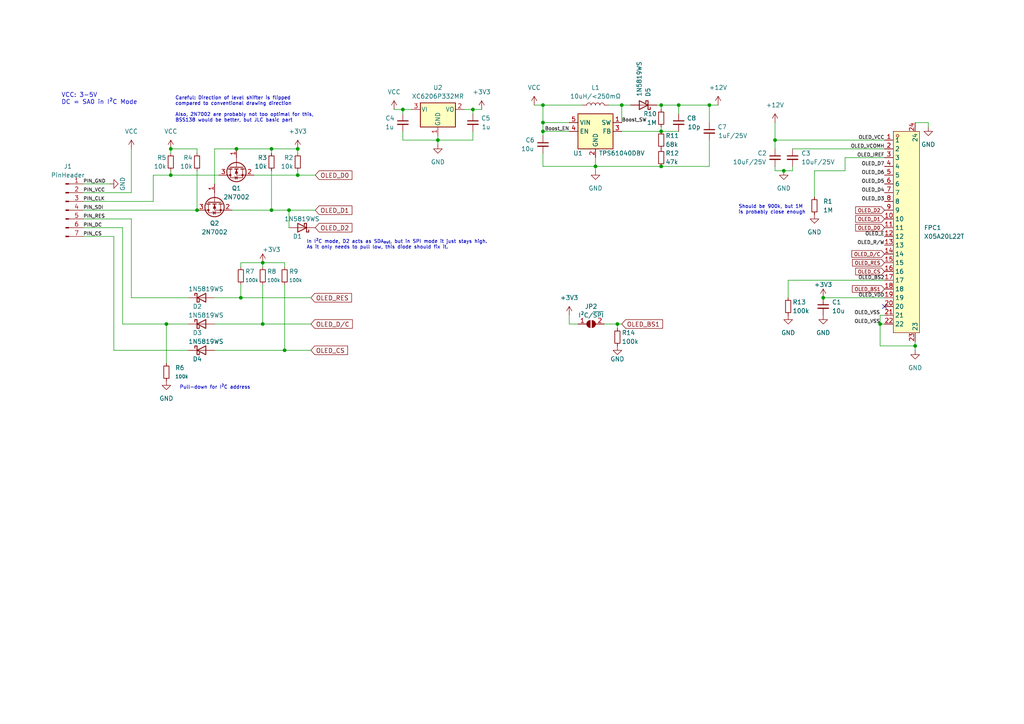
<source format=kicad_sch>
(kicad_sch (version 20230121) (generator eeschema)
  (paper "A4")
  (lib_symbols
    (symbol "Connector:Conn_01x07_Pin" (pin_names (offset 1.016) hide)
      (property "Reference" "J" (at 0 10.16 0))
      (property "Value" "Conn_01x07_Pin" (at 0 -10.16 0))
      (symbol "Conn_01x07_Pin_1_1"
        (polyline (pts (xy 1.27 -7.62) (xy 0.8636 -7.62)) (stroke (width 0.1524)))
        (polyline (pts (xy 1.27 -5.08) (xy 0.8636 -5.08)) (stroke (width 0.1524)))
        (polyline (pts (xy 1.27 -2.54) (xy 0.8636 -2.54)) (stroke (width 0.1524)))
        (polyline (pts (xy 1.27 0) (xy 0.8636 0)) (stroke (width 0.1524)))
        (polyline (pts (xy 1.27 2.54) (xy 0.8636 2.54)) (stroke (width 0.1524)))
        (polyline (pts (xy 1.27 5.08) (xy 0.8636 5.08)) (stroke (width 0.1524)))
        (polyline (pts (xy 1.27 7.62) (xy 0.8636 7.62)) (stroke (width 0.1524)))
        (rectangle (start 0.8636 -7.493) (end 0 -7.747) (stroke (width 0.1524)) (fill (type outline)))
        (rectangle (start 0.8636 -4.953) (end 0 -5.207) (stroke (width 0.1524)) (fill (type outline)))
        (rectangle (start 0.8636 -2.413) (end 0 -2.667) (stroke (width 0.1524)) (fill (type outline)))
        (rectangle (start 0.8636 0.127) (end 0 -0.127) (stroke (width 0.1524)) (fill (type outline)))
        (rectangle (start 0.8636 2.667) (end 0 2.413) (stroke (width 0.1524)) (fill (type outline)))
        (rectangle (start 0.8636 5.207) (end 0 4.953) (stroke (width 0.1524)) (fill (type outline)))
        (rectangle (start 0.8636 7.747) (end 0 7.493) (stroke (width 0.1524)) (fill (type outline)))
        (pin passive line (at 5.08 7.62 180) (length 3.81) (name "Pin_1") (number "1"))
        (pin passive line (at 5.08 5.08 180) (length 3.81) (name "Pin_2") (number "2"))
        (pin passive line (at 5.08 2.54 180) (length 3.81) (name "Pin_3") (number "3"))
        (pin passive line (at 5.08 0 180) (length 3.81) (name "Pin_4") (number "4"))
        (pin passive line (at 5.08 -2.54 180) (length 3.81) (name "Pin_5") (number "5"))
        (pin passive line (at 5.08 -5.08 180) (length 3.81) (name "Pin_6") (number "6"))
        (pin passive line (at 5.08 -7.62 180) (length 3.81) (name "Pin_7") (number "7"))
      )
    )
    (symbol "Device:C_Small" (pin_numbers hide) (pin_names (offset 0.254) hide)
      (property "Reference" "C" (at 0.254 1.778 0))
      (property "Value" "C_Small" (at 0.254 -2.032 0))
      (symbol "C_Small_0_1"
        (polyline (pts (xy -1.524 -0.508) (xy 1.524 -0.508)) (stroke (width 0.3302)))
        (polyline (pts (xy -1.524 0.508) (xy 1.524 0.508)) (stroke (width 0.3048)))
      )
      (symbol "C_Small_1_1"
        (pin passive line (at 0 2.54 270) (length 2.032) (name "~") (number "1"))
        (pin passive line (at 0 -2.54 90) (length 2.032) (name "~") (number "2"))
      )
    )
    (symbol "Device:L" (pin_numbers hide) (pin_names (offset 1.016) hide)
      (property "Reference" "L" (at -1.27 0 90))
      (property "Value" "L" (at 1.905 0 90))
      (symbol "L_0_1"
        (arc (start 0 -2.54) (mid 0.6323 -1.905) (end 0 -1.27))
        (arc (start 0 -1.27) (mid 0.6323 -0.635) (end 0 0))
        (arc (start 0 0) (mid 0.6323 0.635) (end 0 1.27))
        (arc (start 0 1.27) (mid 0.6323 1.905) (end 0 2.54))
      )
      (symbol "L_1_1"
        (pin passive line (at 0 3.81 270) (length 1.27) (name "1") (number "1"))
        (pin passive line (at 0 -3.81 90) (length 1.27) (name "2") (number "2"))
      )
    )
    (symbol "Device:R_Small" (pin_numbers hide) (pin_names (offset 0.254) hide)
      (property "Reference" "R" (at 0.762 0.508 0))
      (property "Value" "R_Small" (at 0.762 -1.016 0))
      (symbol "R_Small_0_1"
        (rectangle (start -0.762 1.778) (end 0.762 -1.778) (stroke (width 0.2032)))
      )
      (symbol "R_Small_1_1"
        (pin passive line (at 0 2.54 270) (length 0.762) (name "~") (number "1"))
        (pin passive line (at 0 -2.54 90) (length 0.762) (name "~") (number "2"))
      )
    )
    (symbol "Diode:1N5819WS" (pin_numbers hide) (pin_names (offset 1.016) hide)
      (property "Reference" "D" (at 0 2.54 0))
      (property "Value" "1N5819WS" (at 0 -2.54 0))
      (symbol "1N5819WS_0_1"
        (polyline (pts (xy 1.27 0) (xy -1.27 0)))
        (polyline (pts (xy 1.27 1.27) (xy 1.27 -1.27) (xy -1.27 0) (xy 1.27 1.27)) (stroke (width 0.254)))
        (polyline (pts (xy -1.905 0.635) (xy -1.905 1.27) (xy -1.27 1.27) (xy -1.27 -1.27) (xy -0.635 -1.27) (xy -0.635 -0.635)) (stroke (width 0.254)))
      )
      (symbol "1N5819WS_1_1"
        (pin passive line (at -3.81 0 0) (length 2.54) (name "K") (number "1"))
        (pin passive line (at 3.81 0 180) (length 2.54) (name "A") (number "2"))
      )
    )
    (symbol "Jumper:SolderJumper_2_Open" (pin_names (offset 0) hide)
      (property "Reference" "JP" (at 0 2.032 0))
      (property "Value" "SolderJumper_2_Open" (at 0 -2.54 0))
      (symbol "SolderJumper_2_Open_0_1"
        (arc (start -0.254 1.016) (mid -1.2656 0) (end -0.254 -1.016))
        (arc (start -0.254 1.016) (mid -1.2656 0) (end -0.254 -1.016) (fill (type outline)))
        (polyline (pts (xy -0.254 1.016) (xy -0.254 -1.016)))
        (polyline (pts (xy 0.254 1.016) (xy 0.254 -1.016)))
        (arc (start 0.254 -1.016) (mid 1.2656 0) (end 0.254 1.016))
        (arc (start 0.254 -1.016) (mid 1.2656 0) (end 0.254 1.016) (fill (type outline)))
      )
      (symbol "SolderJumper_2_Open_1_1"
        (pin passive line (at -3.81 0 0) (length 2.54) (name "A") (number "1"))
        (pin passive line (at 3.81 0 180) (length 2.54) (name "B") (number "2"))
      )
    )
    (symbol "LCSC:X05A20L22T"
      (property "Reference" "FPC" (at 0 36.83 0))
      (property "Value" "X05A20L22T" (at 0 -36.83 0))
      (symbol "X05A20L22T_0_1"
        (rectangle (start -2.54 29.21) (end 5.08 -29.21) (fill (type background)))
        (circle (center -1.27 27.94) (radius 0.38))
        (pin unspecified line (at -5.08 26.67 0) (length 2.54) (name "1") (number "1"))
        (pin unspecified line (at -5.08 3.81 0) (length 2.54) (name "10") (number "10"))
        (pin unspecified line (at -5.08 1.27 0) (length 2.54) (name "11") (number "11"))
        (pin unspecified line (at -5.08 -1.27 0) (length 2.54) (name "12") (number "12"))
        (pin unspecified line (at -5.08 -3.81 0) (length 2.54) (name "13") (number "13"))
        (pin unspecified line (at -5.08 -6.35 0) (length 2.54) (name "14") (number "14"))
        (pin unspecified line (at -5.08 -8.89 0) (length 2.54) (name "15") (number "15"))
        (pin unspecified line (at -5.08 -11.43 0) (length 2.54) (name "16") (number "16"))
        (pin unspecified line (at -5.08 -13.97 0) (length 2.54) (name "17") (number "17"))
        (pin unspecified line (at -5.08 -16.51 0) (length 2.54) (name "18") (number "18"))
        (pin unspecified line (at -5.08 -19.05 0) (length 2.54) (name "19") (number "19"))
        (pin unspecified line (at -5.08 24.13 0) (length 2.54) (name "2") (number "2"))
        (pin unspecified line (at -5.08 -21.59 0) (length 2.54) (name "20") (number "20"))
        (pin unspecified line (at -5.08 -24.13 0) (length 2.54) (name "21") (number "21"))
        (pin unspecified line (at -5.08 -26.67 0) (length 2.54) (name "22") (number "22"))
        (pin unspecified line (at 3.81 -31.75 90) (length 2.54) (name "23") (number "23"))
        (pin unspecified line (at 3.81 31.75 270) (length 2.54) (name "24") (number "24"))
        (pin unspecified line (at -5.08 21.59 0) (length 2.54) (name "3") (number "3"))
        (pin unspecified line (at -5.08 19.05 0) (length 2.54) (name "4") (number "4"))
        (pin unspecified line (at -5.08 16.51 0) (length 2.54) (name "5") (number "5"))
        (pin unspecified line (at -5.08 13.97 0) (length 2.54) (name "6") (number "6"))
        (pin unspecified line (at -5.08 11.43 0) (length 2.54) (name "7") (number "7"))
        (pin unspecified line (at -5.08 8.89 0) (length 2.54) (name "8") (number "8"))
        (pin unspecified line (at -5.08 6.35 0) (length 2.54) (name "9") (number "9"))
      )
    )
    (symbol "Regulator_Linear:XC6206PxxxMR" (pin_names (offset 0.254))
      (property "Reference" "U" (at -3.81 3.175 0))
      (property "Value" "XC6206PxxxMR" (at 0 3.175 0))
      (symbol "XC6206PxxxMR_0_1"
        (rectangle (start -5.08 1.905) (end 5.08 -5.08) (stroke (width 0.254)) (fill (type background)))
      )
      (symbol "XC6206PxxxMR_1_1"
        (pin power_in line (at 0 -7.62 90) (length 2.54) (name "GND") (number "1"))
        (pin power_out line (at 7.62 0 180) (length 2.54) (name "VO") (number "2"))
        (pin power_in line (at -7.62 0 0) (length 2.54) (name "VI") (number "3"))
      )
    )
    (symbol "Regulator_Switching:TPS61040DBV"
      (property "Reference" "U" (at -5.08 6.35 0))
      (property "Value" "TPS61040DBV" (at 0 6.35 0))
      (symbol "TPS61040DBV_0_1"
        (rectangle (start -5.08 5.08) (end 5.08 -5.08) (stroke (width 0.254)) (fill (type background)))
      )
      (symbol "TPS61040DBV_1_1"
        (pin power_out line (at 7.62 2.54 180) (length 2.54) (name "SW") (number "1"))
        (pin power_in line (at 0 -7.62 90) (length 2.54) (name "GND") (number "2"))
        (pin input line (at 7.62 0 180) (length 2.54) (name "FB") (number "3"))
        (pin input line (at -7.62 0 0) (length 2.54) (name "EN") (number "4"))
        (pin power_in line (at -7.62 2.54 0) (length 2.54) (name "VIN") (number "5"))
      )
    )
    (symbol "Transistor_FET:2N7002" (pin_names hide)
      (property "Reference" "Q" (at 5.08 1.905 0))
      (property "Value" "2N7002" (at 5.08 0 0))
      (symbol "2N7002_0_1"
        (polyline (pts (xy 0.254 0) (xy -2.54 0)))
        (polyline (pts (xy 0.254 1.905) (xy 0.254 -1.905)) (stroke (width 0.254)))
        (polyline (pts (xy 0.762 -1.27) (xy 0.762 -2.286)) (stroke (width 0.254)))
        (polyline (pts (xy 0.762 0.508) (xy 0.762 -0.508)) (stroke (width 0.254)))
        (polyline (pts (xy 0.762 2.286) (xy 0.762 1.27)) (stroke (width 0.254)))
        (polyline (pts (xy 2.54 2.54) (xy 2.54 1.778)))
        (polyline (pts (xy 2.54 -2.54) (xy 2.54 0) (xy 0.762 0)))
        (polyline (pts (xy 0.762 -1.778) (xy 3.302 -1.778) (xy 3.302 1.778) (xy 0.762 1.778)))
        (polyline (pts (xy 1.016 0) (xy 2.032 0.381) (xy 2.032 -0.381) (xy 1.016 0)) (fill (type outline)))
        (polyline (pts (xy 2.794 0.508) (xy 2.921 0.381) (xy 3.683 0.381) (xy 3.81 0.254)))
        (polyline (pts (xy 3.302 0.381) (xy 2.921 -0.254) (xy 3.683 -0.254) (xy 3.302 0.381)))
        (circle (center 1.651 0) (radius 2.794) (stroke (width 0.254)))
        (circle (center 2.54 -1.778) (radius 0.254) (fill (type outline)))
        (circle (center 2.54 1.778) (radius 0.254) (fill (type outline)))
      )
      (symbol "2N7002_1_1"
        (pin input line (at -5.08 0 0) (length 2.54) (name "G") (number "1"))
        (pin passive line (at 2.54 -5.08 90) (length 2.54) (name "S") (number "2"))
        (pin passive line (at 2.54 5.08 270) (length 2.54) (name "D") (number "3"))
      )
    )
    (symbol "power:+12V" (power) (pin_names (offset 0))
      (property "Value" "+12V" (at 0 3.556 0))
      (symbol "+12V_0_1"
        (polyline (pts (xy -0.762 1.27) (xy 0 2.54)))
        (polyline (pts (xy 0 0) (xy 0 2.54)))
        (polyline (pts (xy 0 2.54) (xy 0.762 1.27)))
      )
      (symbol "+12V_1_1"
        (pin power_in line (at 0 0 90) (length 0) hide (name "+12V") (number "1"))
      )
    )
    (symbol "power:+3V3" (power) (pin_names (offset 0))
      (property "Value" "+3V3" (at 0 3.556 0))
      (symbol "+3V3_0_1"
        (polyline (pts (xy -0.762 1.27) (xy 0 2.54)))
        (polyline (pts (xy 0 0) (xy 0 2.54)))
        (polyline (pts (xy 0 2.54) (xy 0.762 1.27)))
      )
      (symbol "+3V3_1_1"
        (pin power_in line (at 0 0 90) (length 0) hide (name "+3V3") (number "1"))
      )
    )
    (symbol "power:GND" (power) (pin_names (offset 0))
      (property "Value" "GND" (at 0 -3.81 0))
      (symbol "GND_0_1"
        (polyline (pts (xy 0 0) (xy 0 -1.27) (xy 1.27 -1.27) (xy 0 -2.54) (xy -1.27 -1.27) (xy 0 -1.27)))
      )
      (symbol "GND_1_1"
        (pin power_in line (at 0 0 270) (length 0) hide (name "GND") (number "1"))
      )
    )
    (symbol "power:VCC" (power) (pin_names (offset 0))
      (property "Value" "VCC" (at 0 3.81 0))
      (symbol "VCC_0_1"
        (polyline (pts (xy -0.762 1.27) (xy 0 2.54)))
        (polyline (pts (xy 0 0) (xy 0 2.54)))
        (polyline (pts (xy 0 2.54) (xy 0.762 1.27)))
      )
      (symbol "VCC_1_1"
        (pin power_in line (at 0 0 90) (length 0) hide (name "VCC") (number "1"))
      )
    )
  )
  (junction (at 191.77 48.26))
  (junction (at 137.16 31.75))
  (junction (at 255.27 93.98))
  (junction (at 157.48 30.48))
  (junction (at 78.74 43.18))
  (junction (at 82.55 101.6))
  (junction (at 127 40.64))
  (junction (at 57.15 60.96))
  (junction (at 48.26 93.98))
  (junction (at 68.58 43.18))
  (junction (at 116.84 31.75))
  (junction (at 196.85 30.48))
  (junction (at 180.34 30.48))
  (junction (at 76.2 76.2))
  (junction (at 227.33 49.53))
  (junction (at 265.43 100.33))
  (junction (at 191.77 38.1))
  (junction (at 86.36 43.18))
  (junction (at 86.36 50.8))
  (junction (at 238.76 86.36))
  (junction (at 179.07 93.98))
  (junction (at 76.2 93.98))
  (junction (at 157.48 38.1))
  (junction (at 224.79 40.64))
  (junction (at 172.72 48.26))
  (junction (at 49.53 50.8))
  (junction (at 78.74 60.96))
  (junction (at 157.48 35.56))
  (junction (at 83.82 60.96))
  (junction (at 205.74 30.48))
  (junction (at 69.85 86.36))
  (junction (at 191.77 30.48))
  (junction (at 49.53 43.18))
  (no_connect (at 256.54 88.9))
  (wire (pts (xy 179.07 93.98) (xy 180.34 93.98)))
  (wire (pts (xy 86.36 50.8) (xy 86.36 49.53)))
  (wire (pts (xy 191.77 36.83) (xy 191.77 38.1)))
  (wire (pts (xy 134.62 31.75) (xy 137.16 31.75)))
  (wire (pts (xy 229.87 43.18) (xy 256.54 43.18)))
  (wire (pts (xy 227.33 49.53) (xy 229.87 49.53)))
  (wire (pts (xy 69.85 82.55) (xy 69.85 86.36)))
  (wire (pts (xy 82.55 76.2) (xy 82.55 77.47)))
  (wire (pts (xy 236.22 49.53) (xy 236.22 57.15)))
  (wire (pts (xy 255.27 100.33) (xy 255.27 93.98)))
  (wire (pts (xy 35.56 93.98) (xy 48.26 93.98)))
  (wire (pts (xy 38.1 63.5) (xy 38.1 86.36)))
  (wire (pts (xy 269.24 35.56) (xy 269.24 36.83)))
  (wire (pts (xy 208.28 30.48) (xy 205.74 30.48)))
  (wire (pts (xy 255.27 91.44) (xy 256.54 91.44)))
  (wire (pts (xy 57.15 43.18) (xy 49.53 43.18)))
  (wire (pts (xy 127 40.64) (xy 137.16 40.64)))
  (wire (pts (xy 44.45 58.42) (xy 24.13 58.42)))
  (wire (pts (xy 116.84 33.02) (xy 116.84 31.75)))
  (wire (pts (xy 86.36 50.8) (xy 91.44 50.8)))
  (wire (pts (xy 82.55 82.55) (xy 82.55 101.6)))
  (wire (pts (xy 245.11 45.72) (xy 256.54 45.72)))
  (wire (pts (xy 205.74 40.64) (xy 205.74 48.26)))
  (wire (pts (xy 68.58 43.18) (xy 78.74 43.18)))
  (wire (pts (xy 82.55 101.6) (xy 90.17 101.6)))
  (wire (pts (xy 33.02 101.6) (xy 33.02 68.58)))
  (wire (pts (xy 57.15 60.96) (xy 57.15 49.53)))
  (wire (pts (xy 137.16 38.1) (xy 137.16 40.64)))
  (wire (pts (xy 78.74 60.96) (xy 83.82 60.96)))
  (wire (pts (xy 24.13 53.34) (xy 31.75 53.34)))
  (wire (pts (xy 265.43 100.33) (xy 265.43 99.06)))
  (wire (pts (xy 49.53 49.53) (xy 49.53 50.8)))
  (wire (pts (xy 76.2 76.2) (xy 82.55 76.2)))
  (wire (pts (xy 255.27 93.98) (xy 255.27 91.44)))
  (wire (pts (xy 256.54 40.64) (xy 224.79 40.64)))
  (wire (pts (xy 78.74 43.18) (xy 78.74 44.45)))
  (wire (pts (xy 57.15 44.45) (xy 57.15 43.18)))
  (wire (pts (xy 83.82 66.04) (xy 83.82 60.96)))
  (wire (pts (xy 69.85 76.2) (xy 69.85 77.47)))
  (wire (pts (xy 180.34 30.48) (xy 182.88 30.48)))
  (wire (pts (xy 165.1 91.44) (xy 165.1 93.98)))
  (wire (pts (xy 157.48 30.48) (xy 168.91 30.48)))
  (wire (pts (xy 62.23 86.36) (xy 69.85 86.36)))
  (wire (pts (xy 76.2 82.55) (xy 76.2 93.98)))
  (wire (pts (xy 205.74 30.48) (xy 205.74 35.56)))
  (wire (pts (xy 172.72 48.26) (xy 157.48 48.26)))
  (wire (pts (xy 62.23 53.34) (xy 62.23 43.18)))
  (wire (pts (xy 180.34 38.1) (xy 191.77 38.1)))
  (wire (pts (xy 44.45 50.8) (xy 44.45 58.42)))
  (wire (pts (xy 196.85 30.48) (xy 205.74 30.48)))
  (wire (pts (xy 62.23 101.6) (xy 82.55 101.6)))
  (wire (pts (xy 172.72 45.72) (xy 172.72 48.26)))
  (wire (pts (xy 228.6 81.28) (xy 228.6 86.36)))
  (wire (pts (xy 154.94 30.48) (xy 157.48 30.48)))
  (wire (pts (xy 83.82 60.96) (xy 91.44 60.96)))
  (wire (pts (xy 49.53 50.8) (xy 63.5 50.8)))
  (wire (pts (xy 33.02 68.58) (xy 24.13 68.58)))
  (wire (pts (xy 265.43 35.56) (xy 269.24 35.56)))
  (wire (pts (xy 224.79 40.64) (xy 224.79 35.56)))
  (wire (pts (xy 116.84 40.64) (xy 116.84 38.1)))
  (wire (pts (xy 172.72 48.26) (xy 191.77 48.26)))
  (wire (pts (xy 172.72 49.53) (xy 172.72 48.26)))
  (wire (pts (xy 224.79 49.53) (xy 224.79 48.26)))
  (wire (pts (xy 191.77 31.75) (xy 191.77 30.48)))
  (wire (pts (xy 238.76 86.36) (xy 256.54 86.36)))
  (wire (pts (xy 179.07 95.25) (xy 179.07 93.98)))
  (wire (pts (xy 180.34 35.56) (xy 180.34 30.48)))
  (wire (pts (xy 229.87 49.53) (xy 229.87 48.26)))
  (wire (pts (xy 73.66 50.8) (xy 86.36 50.8)))
  (wire (pts (xy 245.11 45.72) (xy 245.11 49.53)))
  (wire (pts (xy 62.23 43.18) (xy 68.58 43.18)))
  (wire (pts (xy 86.36 43.18) (xy 86.36 44.45)))
  (wire (pts (xy 49.53 43.18) (xy 49.53 44.45)))
  (wire (pts (xy 245.11 49.53) (xy 236.22 49.53)))
  (wire (pts (xy 157.48 48.26) (xy 157.48 44.45)))
  (wire (pts (xy 127 40.64) (xy 127 39.37)))
  (wire (pts (xy 69.85 76.2) (xy 76.2 76.2)))
  (wire (pts (xy 114.3 31.75) (xy 116.84 31.75)))
  (wire (pts (xy 175.26 93.98) (xy 179.07 93.98)))
  (wire (pts (xy 157.48 38.1) (xy 157.48 35.56)))
  (wire (pts (xy 116.84 31.75) (xy 119.38 31.75)))
  (wire (pts (xy 256.54 81.28) (xy 228.6 81.28)))
  (wire (pts (xy 33.02 101.6) (xy 54.61 101.6)))
  (wire (pts (xy 76.2 76.2) (xy 76.2 77.47)))
  (wire (pts (xy 265.43 101.6) (xy 265.43 100.33)))
  (wire (pts (xy 24.13 60.96) (xy 57.15 60.96)))
  (wire (pts (xy 35.56 93.98) (xy 35.56 66.04)))
  (wire (pts (xy 157.48 35.56) (xy 165.1 35.56)))
  (wire (pts (xy 76.2 93.98) (xy 90.17 93.98)))
  (wire (pts (xy 224.79 43.18) (xy 224.79 40.64)))
  (wire (pts (xy 255.27 93.98) (xy 256.54 93.98)))
  (wire (pts (xy 38.1 86.36) (xy 54.61 86.36)))
  (wire (pts (xy 190.5 30.48) (xy 191.77 30.48)))
  (wire (pts (xy 127 40.64) (xy 127 41.91)))
  (wire (pts (xy 24.13 63.5) (xy 38.1 63.5)))
  (wire (pts (xy 44.45 50.8) (xy 49.53 50.8)))
  (wire (pts (xy 196.85 38.1) (xy 191.77 38.1)))
  (wire (pts (xy 265.43 100.33) (xy 255.27 100.33)))
  (wire (pts (xy 139.7 31.75) (xy 137.16 31.75)))
  (wire (pts (xy 78.74 43.18) (xy 86.36 43.18)))
  (wire (pts (xy 127 40.64) (xy 116.84 40.64)))
  (wire (pts (xy 165.1 38.1) (xy 157.48 38.1)))
  (wire (pts (xy 224.79 49.53) (xy 227.33 49.53)))
  (wire (pts (xy 78.74 49.53) (xy 78.74 60.96)))
  (wire (pts (xy 157.48 35.56) (xy 157.48 30.48)))
  (wire (pts (xy 48.26 93.98) (xy 48.26 105.41)))
  (wire (pts (xy 137.16 31.75) (xy 137.16 33.02)))
  (wire (pts (xy 69.85 86.36) (xy 90.17 86.36)))
  (wire (pts (xy 191.77 30.48) (xy 196.85 30.48)))
  (wire (pts (xy 176.53 30.48) (xy 180.34 30.48)))
  (wire (pts (xy 38.1 55.88) (xy 38.1 43.18)))
  (wire (pts (xy 35.56 66.04) (xy 24.13 66.04)))
  (wire (pts (xy 157.48 39.37) (xy 157.48 38.1)))
  (wire (pts (xy 48.26 93.98) (xy 54.61 93.98)))
  (wire (pts (xy 191.77 48.26) (xy 205.74 48.26)))
  (wire (pts (xy 67.31 60.96) (xy 78.74 60.96)))
  (wire (pts (xy 196.85 30.48) (xy 196.85 33.02)))
  (wire (pts (xy 165.1 93.98) (xy 167.64 93.98)))
  (wire (pts (xy 24.13 55.88) (xy 38.1 55.88)))
  (wire (pts (xy 62.23 93.98) (xy 76.2 93.98)))
  (text "Should be 900k, but 1M \nis probably close enough" (at 233.68 62.23 0) (effects (font (size 1 1)) (justify right bottom)))
  (text "In I²C mode, D2 acts as SDA_{out}, but in SPI mode it just stays high.\nAs it only needs to pull low, this diode should fix it." (at 88.9 72.39 0) (effects (font (size 1 1)) (justify left bottom)))
  (text "Pull-down for I²C address" (at 52.07 113.03 0) (effects (font (size 1 1)) (justify left bottom)))
  (text "Careful: Direction of level shifter is flipped \ncompared to conventional drawing direction\n\nAlso, 2N7002 are probably not too optimal for this, \nBSS138 would be better, but JLC basic part" (at 50.8 35.56 0) (effects (font (size 1 1)) (justify left bottom)))
  (text "VCC: 3-5V\nDC = SA0 in I²C Mode" (at 17.78 30.48 0) (effects (font (size 1.27 1.27)) (justify left bottom)))
  (label "OLED_VCC" (at 256.54 40.64 180) (effects (font (size 1 1))))
  (label "OLED_VCOMH" (at 256.54 43.18 180) (effects (font (size 1 1))))
  (label "OLED_E" (at 256.54 68.58 180) (effects (font (size 1 1))))
  (label "PIN_SDI" (at 24.13 60.96 0) (effects (font (size 1 1))))
  (label "OLED_R{slash}W" (at 256.54 71.12 180) (effects (font (size 1 1))))
  (label "OLED_IREF" (at 256.54 45.72 180) (effects (font (size 1 1))))
  (label "OLED_VDD" (at 256.54 86.36 180) (effects (font (size 1 1))))
  (label "OLED_VSS" (at 255.27 93.98 180) (effects (font (size 1 1))))
  (label "PIN_CS" (at 24.13 68.58 0) (effects (font (size 1 1))))
  (label "OLED_D6" (at 256.54 50.8 180) (effects (font (size 1 1))))
  (label "PIN_DC" (at 24.13 66.04 0) (effects (font (size 1 1))))
  (label "OLED_D4" (at 256.54 55.88 180) (effects (font (size 1 1))))
  (label "OLED_D5" (at 256.54 53.34 180) (effects (font (size 1 1))))
  (label "OLED_D7" (at 256.54 48.26 180) (effects (font (size 1 1))))
  (label "Boost_EN" (at 165.1 38.1 180) (effects (font (size 1 1))))
  (label "Boost_SW" (at 180.34 35.56 0) (effects (font (size 1 1))))
  (label "PIN_CLK" (at 24.13 58.42 0) (effects (font (size 1 1))))
  (label "OLED_BS2" (at 256.54 81.28 180) (effects (font (size 1 1))))
  (label "PIN_VCC" (at 24.13 55.88 0) (effects (font (size 1 1))))
  (label "PIN_GND" (at 24.13 53.34 0) (effects (font (size 1 1))))
  (label "PIN_RES" (at 24.13 63.5 0) (effects (font (size 1 1))))
  (label "OLED_VSS" (at 255.27 91.44 180) (effects (font (size 1 1))))
  (label "OLED_D3" (at 256.54 58.42 180) (effects (font (size 1 1))))
  (global_label "OLED_BS1" (shape input) (at 180.34 93.98 0) (property "Intersheetrefs" "${INTERSHEET_REFS}" (effects hide)))
  (global_label "OLED_D1" (shape input) (at 256.54 63.5 180) (effects (font (size 1 1))) (property "Intersheetrefs" "${INTERSHEET_REFS}" (effects hide)))
  (global_label "OLED_D1" (shape input) (at 91.44 60.96 0) (property "Intersheetrefs" "${INTERSHEET_REFS}" (effects hide)))
  (global_label "OLED_D2" (shape input) (at 256.54 60.96 180) (effects (font (size 1 1))) (property "Intersheetrefs" "${INTERSHEET_REFS}" (effects hide)))
  (global_label "OLED_D2" (shape input) (at 91.44 66.04 0) (property "Intersheetrefs" "${INTERSHEET_REFS}" (effects hide)))
  (global_label "OLED_D{slash}C" (shape input) (at 90.17 93.98 0) (property "Intersheetrefs" "${INTERSHEET_REFS}" (effects hide)))
  (global_label "OLED_D0" (shape input) (at 91.44 50.8 0) (property "Intersheetrefs" "${INTERSHEET_REFS}" (effects hide)))
  (global_label "OLED_RES" (shape input) (at 256.54 76.2 180) (effects (font (size 1 1))) (property "Intersheetrefs" "${INTERSHEET_REFS}" (effects hide)))
  (global_label "OLED_CS" (shape input) (at 90.17 101.6 0) (property "Intersheetrefs" "${INTERSHEET_REFS}" (effects hide)))
  (global_label "OLED_RES" (shape input) (at 90.17 86.36 0) (property "Intersheetrefs" "${INTERSHEET_REFS}" (effects hide)))
  (global_label "OLED_BS1" (shape input) (at 256.54 83.82 180) (effects (font (size 1 1))) (property "Intersheetrefs" "${INTERSHEET_REFS}" (effects hide)))
  (global_label "OLED_D{slash}C" (shape input) (at 256.54 73.66 180) (effects (font (size 1 1))) (property "Intersheetrefs" "${INTERSHEET_REFS}" (effects hide)))
  (global_label "OLED_CS" (shape input) (at 256.54 78.74 180) (effects (font (size 1 1))) (property "Intersheetrefs" "${INTERSHEET_REFS}" (effects hide)))
  (global_label "OLED_D0" (shape input) (at 256.54 66.04 180) (effects (font (size 1 1))) (property "Intersheetrefs" "${INTERSHEET_REFS}" (effects hide)))
  (symbol (lib_id "power:GND") (at 179.07 100.33 0) (unit 1)
    (property "Reference" "#PWR024" (effects hide))
    (property "Value" "GND" (at 179.07 104.14 0))
  )
  (symbol (lib_id "Device:R_Small") (at 236.22 59.69 0) (unit 1)
    (property "Reference" "R1" (at 238.76 58.42 0) (effects (justify left)))
    (property "Value" "1M" (at 238.76 60.96 0) (effects (justify left)))
    (property "Footprint" "Resistor_SMD:R_0402_1005Metric" (effects hide))
    (property "LCSC" "C26083" (effects hide))
  )
  (symbol (lib_id "power:+3V3") (at 238.76 86.36 0) (mirror y) (unit 1)
    (property "Reference" "#PWR011" (effects hide))
    (property "Value" "+3V3" (at 238.76 82.55 0))
  )
  (symbol (lib_id "power:VCC") (at 114.3 31.75 0) (mirror y) (unit 1)
    (property "Reference" "#PWR017" (effects hide))
    (property "Value" "VCC" (at 114.3 26.67 0))
  )
  (symbol (lib_id "Device:C_Small") (at 116.84 35.56 0) (unit 1)
    (property "Reference" "C4" (at 111.76 34.29 0) (effects (justify left)))
    (property "Value" "1u" (at 114.3 36.83 0) (effects (justify right)))
    (property "Footprint" "Capacitor_SMD:C_0402_1005Metric" (effects hide))
    (property "LCSC" "C52923" (effects hide))
  )
  (symbol (lib_id "Diode:1N5819WS") (at 58.42 93.98 0) (unit 1)
    (property "Reference" "D3" (at 55.88 96.52 0) (effects (justify left)))
    (property "Value" "1N5819WS" (at 54.61 91.44 0) (effects (justify left)))
    (property "Footprint" "Diode_SMD:D_SOD-323" (effects hide))
    (property "Datasheet" "https://datasheet.lcsc.com/lcsc/2204281430_Guangdong-Hottech-1N5819WS_C191023.pdf" (effects hide))
    (property "LCSC" "C191023" (effects hide))
  )
  (symbol (lib_id "Device:R_Small") (at 48.26 107.95 180) (unit 1)
    (property "Reference" "R6" (at 50.8 106.68 0) (effects (justify right)))
    (property "Value" "100k" (at 50.8 109.22 0) (effects (font (size 1 1)) (justify right)))
    (property "Footprint" "Resistor_SMD:R_0402_1005Metric" (effects hide))
    (property "LCSC" "C25741" (effects hide))
  )
  (symbol (lib_id "power:VCC") (at 38.1 43.18 0) (mirror y) (unit 1)
    (property "Reference" "#PWR022" (effects hide))
    (property "Value" "VCC" (at 38.1 38.1 0))
  )
  (symbol (lib_id "power:GND") (at 269.24 36.83 0) (unit 1)
    (property "Reference" "#PWR02" (effects hide))
    (property "Value" "GND" (at 269.24 41.91 0))
  )
  (symbol (lib_id "Device:R_Small") (at 179.07 97.79 180) (unit 1)
    (property "Reference" "R14" (at 180.34 96.52 0) (effects (justify right)))
    (property "Value" "100k" (at 180.34 99.06 0) (effects (justify right)))
    (property "Footprint" "Resistor_SMD:R_0402_1005Metric" (effects hide))
    (property "LCSC" "C25741" (effects hide))
  )
  (symbol (lib_id "Device:R_Small") (at 191.77 34.29 0) (mirror y) (unit 1)
    (property "Reference" "R10" (at 190.5 33.02 0) (effects (justify left)))
    (property "Value" "1M" (at 190.5 35.56 0) (effects (justify left)))
    (property "Footprint" "Resistor_SMD:R_0402_1005Metric" (effects hide))
    (property "LCSC" "C26083" (effects hide))
  )
  (symbol (lib_id "power:+3V3") (at 86.36 43.18 0) (mirror y) (unit 1)
    (property "Reference" "#PWR07" (effects hide))
    (property "Value" "+3V3" (at 86.36 38.1 0))
  )
  (symbol (lib_id "power:+12V") (at 224.79 35.56 0) (unit 1)
    (property "Reference" "#PWR03" (effects hide))
    (property "Value" "+12V" (at 224.79 30.48 0))
  )
  (symbol (lib_id "Device:C_Small") (at 224.79 45.72 0) (unit 1)
    (property "Reference" "C2" (at 219.71 44.45 0) (effects (justify left)))
    (property "Value" "10uF/25V" (at 222.25 46.99 0) (effects (justify right)))
    (property "Footprint" "Capacitor_SMD:C_0603_1608Metric" (effects hide))
    (property "LCSC" "C96446" (effects hide))
  )
  (symbol (lib_id "Device:C_Small") (at 205.74 38.1 0) (mirror y) (unit 1)
    (property "Reference" "C7" (at 210.82 36.83 0) (effects (justify left)))
    (property "Value" "1uF/25V" (at 208.28 39.37 0) (effects (justify right)))
    (property "Footprint" "Capacitor_SMD:C_0402_1005Metric" (effects hide))
    (property "LCSC" "C52923" (effects hide))
  )
  (symbol (lib_id "LCSC:X05A20L22T") (at 261.62 67.31 0) (unit 1)
    (property "Reference" "FPC1" (at 267.97 66.04 0) (effects (justify left)))
    (property "Value" "X05A20L22T" (at 267.97 68.58 0) (effects (justify left)))
    (property "Footprint" "LCSC:FFC-SMD_22P-P0.50_X05A20L22T" (effects hide))
    (property "Datasheet" "https://lcsc.com/product-detail/New-Arrivals_XKB-Enterprise-X05A20L22T_C388675.html" (effects hide))
    (property "Manufacturer" "XKB Connectivity(中国星坤)" (effects hide))
    (property "LCSC Part" "C388675" (effects hide))
    (property "JLC Part" "Extended Part" (effects hide))
  )
  (symbol (lib_id "Device:R_Small") (at 228.6 88.9 180) (unit 1)
    (property "Reference" "R13" (at 229.87 87.63 0) (effects (justify right)))
    (property "Value" "100k" (at 229.87 90.17 0) (effects (justify right)))
    (property "Footprint" "Resistor_SMD:R_0402_1005Metric" (effects hide))
    (property "LCSC" "C25741" (effects hide))
  )
  (symbol (lib_id "power:GND") (at 31.75 53.34 90) (unit 1)
    (property "Reference" "#PWR023" (effects hide))
    (property "Value" "GND" (at 35.56 53.34 0))
  )
  (symbol (lib_id "Device:R_Small") (at 191.77 40.64 0) (unit 1)
    (property "Reference" "R11" (at 193.04 39.37 0) (effects (justify left)))
    (property "Value" "68k" (at 193.04 41.91 0) (effects (justify left)))
    (property "Footprint" "Resistor_SMD:R_0402_1005Metric" (effects hide))
    (property "LCSC" "C36871" (effects hide))
  )
  (symbol (lib_id "Device:R_Small") (at 49.53 46.99 0) (mirror y) (unit 1)
    (property "Reference" "R5" (at 48.26 45.72 0) (effects (justify left)))
    (property "Value" "10k" (at 48.26 48.26 0) (effects (justify left)))
    (property "Footprint" "Resistor_SMD:R_0402_1005Metric" (effects hide))
    (property "LCSC" "C25744" (effects hide))
  )
  (symbol (lib_id "Connector:Conn_01x07_Pin") (at 19.05 60.96 0) (unit 1)
    (property "Reference" "J1" (at 19.685 48.26 0))
    (property "Value" "PinHeader" (at 19.685 50.8 0))
    (property "Footprint" "Connector_PinHeader_2.54mm:PinHeader_1x07_P2.54mm_Vertical" (effects hide))
  )
  (symbol (lib_id "Device:C_Small") (at 157.48 41.91 0) (unit 1)
    (property "Reference" "C6" (at 152.4 40.64 0) (effects (justify left)))
    (property "Value" "10u" (at 151.13 43.18 0) (effects (justify left)))
    (property "Footprint" "Capacitor_SMD:C_0603_1608Metric" (effects hide))
    (property "LCSC" "C96446" (effects hide))
  )
  (symbol (lib_id "Device:R_Small") (at 76.2 80.01 180) (unit 1)
    (property "Reference" "R8" (at 77.47 78.74 0) (effects (justify right)))
    (property "Value" "100k" (at 77.47 81.28 0) (effects (font (size 1 1)) (justify right)))
    (property "Footprint" "Resistor_SMD:R_0402_1005Metric" (effects hide))
    (property "LCSC" "C25741" (effects hide))
  )
  (symbol (lib_id "Device:R_Small") (at 69.85 80.01 180) (unit 1)
    (property "Reference" "R7" (at 71.12 78.74 0) (effects (justify right)))
    (property "Value" "100k" (at 71.12 81.28 0) (effects (font (size 1 1)) (justify right)))
    (property "Footprint" "Resistor_SMD:R_0402_1005Metric" (effects hide))
    (property "LCSC" "C25741" (effects hide))
  )
  (symbol (lib_id "Diode:1N5819WS") (at 87.63 66.04 180) (unit 1)
    (property "Reference" "D1" (at 87.63 68.58 0) (effects (justify left)))
    (property "Value" "1N5819WS" (at 92.71 63.5 0) (effects (justify left)))
    (property "Footprint" "Diode_SMD:D_SOD-323" (effects hide))
    (property "Datasheet" "https://datasheet.lcsc.com/lcsc/2204281430_Guangdong-Hottech-1N5819WS_C191023.pdf" (effects hide))
    (property "LCSC" "C191023" (effects hide))
  )
  (symbol (lib_id "Device:R_Small") (at 57.15 46.99 0) (mirror y) (unit 1)
    (property "Reference" "R4" (at 55.88 45.72 0) (effects (justify left)))
    (property "Value" "10k" (at 55.88 48.26 0) (effects (justify left)))
    (property "Footprint" "Resistor_SMD:R_0402_1005Metric" (effects hide))
    (property "LCSC" "C25744" (effects hide))
  )
  (symbol (lib_id "Regulator_Switching:TPS61040DBV") (at 172.72 38.1 0) (unit 1)
    (property "Reference" "U1" (at 167.64 44.45 0))
    (property "Value" "TPS61040DBV" (at 180.34 44.45 0))
    (property "Footprint" "Package_TO_SOT_SMD:SOT-23-5" (effects hide))
    (property "Datasheet" "http://www.ti.com/lit/ds/symlink/tps61040.pdf" (effects hide))
    (property "LCSC" "C7722" (effects hide))
  )
  (symbol (lib_id "power:VCC") (at 154.94 30.48 0) (mirror y) (unit 1)
    (property "Reference" "#PWR019" (effects hide))
    (property "Value" "VCC" (at 154.94 25.4 0))
  )
  (symbol (lib_id "Diode:1N5819WS") (at 58.42 86.36 0) (unit 1)
    (property "Reference" "D2" (at 55.88 88.9 0) (effects (justify left)))
    (property "Value" "1N5819WS" (at 54.61 83.82 0) (effects (justify left)))
    (property "Footprint" "Diode_SMD:D_SOD-323" (effects hide))
    (property "Datasheet" "https://datasheet.lcsc.com/lcsc/2204281430_Guangdong-Hottech-1N5819WS_C191023.pdf" (effects hide))
    (property "LCSC" "C191023" (effects hide))
  )
  (symbol (lib_id "Diode:1N5819WS") (at 186.69 30.48 180) (unit 1)
    (property "Reference" "D5" (at 187.96 25.4 90) (effects (justify left)))
    (property "Value" "1N5819WS" (at 185.42 17.78 90) (effects (justify left)))
    (property "Footprint" "Diode_SMD:D_SOD-323" (effects hide))
    (property "Datasheet" "https://datasheet.lcsc.com/lcsc/2204281430_Guangdong-Hottech-1N5819WS_C191023.pdf" (effects hide))
    (property "LCSC" "C191023" (effects hide))
  )
  (symbol (lib_id "Device:R_Small") (at 82.55 80.01 180) (unit 1)
    (property "Reference" "R9" (at 83.82 78.74 0) (effects (justify right)))
    (property "Value" "100k" (at 83.82 81.28 0) (effects (font (size 1 1)) (justify right)))
    (property "Footprint" "Resistor_SMD:R_0402_1005Metric" (effects hide))
    (property "LCSC" "C25741" (effects hide))
  )
  (symbol (lib_id "Device:R_Small") (at 191.77 45.72 0) (unit 1)
    (property "Reference" "R12" (at 193.04 44.45 0) (effects (justify left)))
    (property "Value" "47k" (at 193.04 46.99 0) (effects (justify left)))
    (property "Footprint" "Resistor_SMD:R_0402_1005Metric" (effects hide))
    (property "LCSC" "C25792" (effects hide))
  )
  (symbol (lib_id "Device:C_Small") (at 196.85 35.56 0) (mirror y) (unit 1)
    (property "Reference" "C8" (at 201.93 34.29 0) (effects (justify left)))
    (property "Value" "10p" (at 203.2 36.83 0) (effects (justify left)))
    (property "Footprint" "Capacitor_SMD:C_0402_1005Metric" (effects hide))
    (property "LCSC" "C32949" (effects hide))
  )
  (symbol (lib_id "power:GND") (at 227.33 49.53 0) (unit 1)
    (property "Reference" "#PWR05" (effects hide))
    (property "Value" "GND" (at 227.33 54.61 0))
  )
  (symbol (lib_id "Device:C_Small") (at 229.87 45.72 0) (unit 1)
    (property "Reference" "C3" (at 232.41 44.4563 0) (effects (justify left)))
    (property "Value" "10uF/25V" (at 232.41 46.9963 0) (effects (justify left)))
    (property "Footprint" "Capacitor_SMD:C_0603_1608Metric" (effects hide))
    (property "LCSC" "C96446" (effects hide))
  )
  (symbol (lib_id "power:GND") (at 172.72 49.53 0) (unit 1)
    (property "Reference" "#PWR020" (effects hide))
    (property "Value" "GND" (at 172.72 54.61 0))
  )
  (symbol (lib_id "power:GND") (at 127 41.91 0) (unit 1)
    (property "Reference" "#PWR016" (effects hide))
    (property "Value" "GND" (at 127 46.99 0))
  )
  (symbol (lib_id "power:+3V3") (at 76.2 76.2 0) (unit 1)
    (property "Reference" "#PWR010" (effects hide))
    (property "Value" "+3V3" (at 78.74 72.39 0))
  )
  (symbol (lib_id "power:GND") (at 236.22 62.23 0) (unit 1)
    (property "Reference" "#PWR06" (effects hide))
    (property "Value" "GND" (at 236.22 67.31 0))
  )
  (symbol (lib_id "power:GND") (at 265.43 101.6 0) (unit 1)
    (property "Reference" "#PWR01" (effects hide))
    (property "Value" "GND" (at 265.43 106.68 0))
  )
  (symbol (lib_id "power:+12V") (at 208.28 30.48 0) (unit 1)
    (property "Reference" "#PWR021" (effects hide))
    (property "Value" "+12V" (at 208.28 25.4 0))
  )
  (symbol (lib_id "Regulator_Linear:XC6206PxxxMR") (at 127 31.75 0) (unit 1)
    (property "Reference" "U2" (at 127 25.4 0))
    (property "Value" "XC6206P332MR" (at 127 27.94 0))
    (property "Footprint" "Package_TO_SOT_SMD:SOT-23" (effects hide))
    (property "Datasheet" "https://www.torexsemi.com/file/xc6206/XC6206.pdf" (effects hide))
    (property "LCSC" "C5446" (effects hide))
  )
  (symbol (lib_id "power:GND") (at 228.6 91.44 0) (unit 1)
    (property "Reference" "#PWR025" (effects hide))
    (property "Value" "GND" (at 228.6 96.52 0))
  )
  (symbol (lib_id "Device:L") (at 172.72 30.48 90) (unit 1)
    (property "Reference" "L1" (at 172.72 25.4 90))
    (property "Value" "10uH/<250mΩ" (at 172.72 27.94 90))
    (property "Footprint" "LCSC:IND-SMD_L5.0-W5.0" (effects hide))
    (property "LCSC" "C963773" (effects hide))
  )
  (symbol (lib_id "power:GND") (at 48.26 110.49 0) (unit 1)
    (property "Reference" "#PWR09" (effects hide))
    (property "Value" "GND" (at 48.26 115.57 0))
  )
  (symbol (lib_id "Diode:1N5819WS") (at 58.42 101.6 0) (unit 1)
    (property "Reference" "D4" (at 55.88 104.14 0) (effects (justify left)))
    (property "Value" "1N5819WS" (at 54.61 99.06 0) (effects (justify left)))
    (property "Footprint" "Diode_SMD:D_SOD-323" (effects hide))
    (property "Datasheet" "https://datasheet.lcsc.com/lcsc/2204281430_Guangdong-Hottech-1N5819WS_C191023.pdf" (effects hide))
    (property "LCSC" "C191023" (effects hide))
  )
  (symbol (lib_id "Device:R_Small") (at 86.36 46.99 0) (mirror y) (unit 1)
    (property "Reference" "R2" (at 85.09 45.72 0) (effects (justify left)))
    (property "Value" "10k" (at 85.09 48.26 0) (effects (justify left)))
    (property "Footprint" "Resistor_SMD:R_0402_1005Metric" (effects hide))
    (property "LCSC" "C25744" (effects hide))
  )
  (symbol (lib_id "Device:C_Small") (at 137.16 35.56 0) (mirror y) (unit 1)
    (property "Reference" "C5" (at 142.24 34.29 0) (effects (justify left)))
    (property "Value" "1u" (at 139.7 36.83 0) (effects (justify right)))
    (property "Footprint" "Capacitor_SMD:C_0402_1005Metric" (effects hide))
    (property "LCSC" "C52923" (effects hide))
  )
  (symbol (lib_id "Transistor_FET:2N7002") (at 68.58 48.26 90) (mirror x) (unit 1)
    (property "Reference" "Q1" (at 68.58 54.61 90))
    (property "Value" "2N7002" (at 68.58 57.15 90))
    (property "Footprint" "Package_TO_SOT_SMD:SOT-23" (effects hide))
    (property "Datasheet" "https://www.onsemi.com/pub/Collateral/NDS7002A-D.PDF" (effects hide))
    (property "LCSC" "C8545" (effects hide))
  )
  (symbol (lib_id "power:+3V3") (at 165.1 91.44 0) (mirror y) (unit 1)
    (property "Reference" "#PWR026" (effects hide))
    (property "Value" "+3V3" (at 165.1 86.36 0))
  )
  (symbol (lib_id "power:+3V3") (at 139.7 31.75 0) (mirror y) (unit 1)
    (property "Reference" "#PWR018" (effects hide))
    (property "Value" "+3V3" (at 139.7 26.67 0))
  )
  (symbol (lib_id "Jumper:SolderJumper_2_Open") (at 171.45 93.98 0) (unit 1)
    (property "Reference" "JP2" (at 171.45 88.9 0))
    (property "Value" "I²C/~{SPI}" (at 171.45 91.44 0))
    (property "Footprint" "Jumper:SolderJumper-2_P1.3mm_Open_TrianglePad1.0x1.5mm" (effects hide))
  )
  (symbol (lib_id "Device:C_Small") (at 238.76 88.9 0) (unit 1)
    (property "Reference" "C1" (at 241.3 87.6363 0) (effects (justify left)))
    (property "Value" "10u" (at 241.3 90.1763 0) (effects (justify left)))
    (property "Footprint" "Capacitor_SMD:C_0603_1608Metric" (effects hide))
    (property "LCSC" "C96446" (effects hide))
  )
  (symbol (lib_id "power:GND") (at 238.76 91.44 0) (unit 1)
    (property "Reference" "#PWR04" (effects hide))
    (property "Value" "GND" (at 238.76 96.52 0))
  )
  (symbol (lib_id "power:VCC") (at 49.53 43.18 0) (mirror y) (unit 1)
    (property "Reference" "#PWR08" (effects hide))
    (property "Value" "VCC" (at 49.53 38.1 0))
  )
  (symbol (lib_id "Transistor_FET:2N7002") (at 62.23 58.42 90) (mirror x) (unit 1)
    (property "Reference" "Q2" (at 62.23 64.77 90))
    (property "Value" "2N7002" (at 62.23 67.31 90))
    (property "Footprint" "Package_TO_SOT_SMD:SOT-23" (effects hide))
    (property "Datasheet" "https://www.onsemi.com/pub/Collateral/NDS7002A-D.PDF" (effects hide))
    (property "LCSC" "C8545" (effects hide))
  )
  (symbol (lib_id "Device:R_Small") (at 78.74 46.99 0) (mirror y) (unit 1)
    (property "Reference" "R3" (at 77.47 45.72 0) (effects (justify left)))
    (property "Value" "10k" (at 77.47 48.26 0) (effects (justify left)))
    (property "Footprint" "Resistor_SMD:R_0402_1005Metric" (effects hide))
    (property "LCSC" "C25744" (effects hide))
  )
)
</source>
